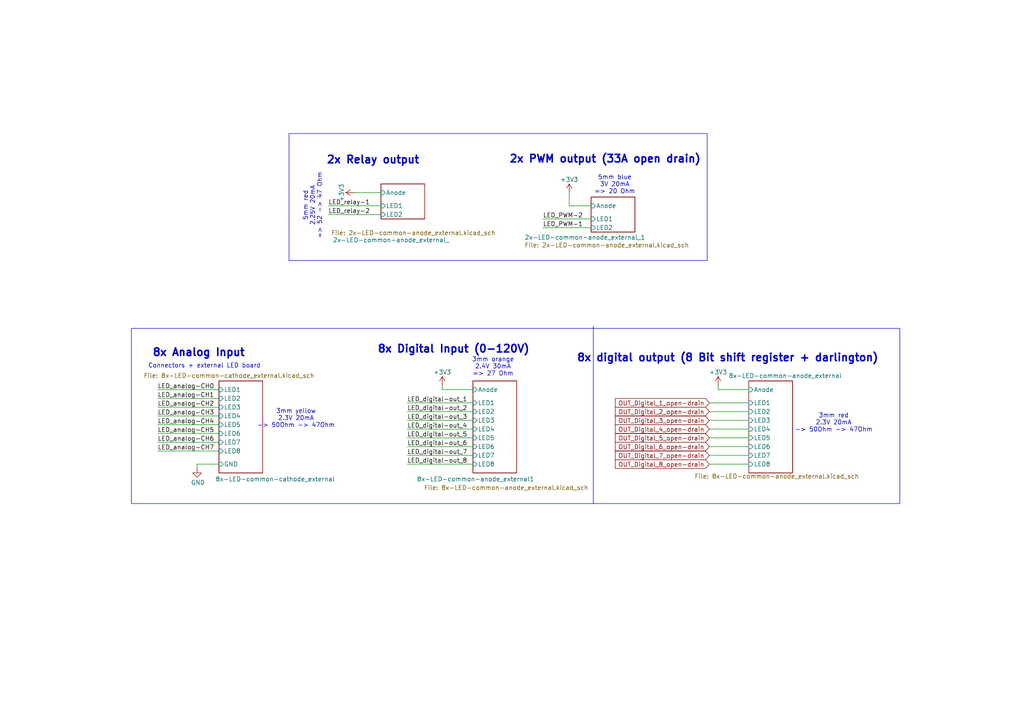
<source format=kicad_sch>
(kicad_sch (version 20231120) (generator "eeschema") (generator_version "8.0")
  (paper "A4")
  (lib_symbols
    (symbol "power:+3V3" (power) (pin_numbers hide) (pin_names (offset 0) hide)
      (property "Value" "+3V3" (at 0 3.556 0))
      (symbol "+3V3_0_1"
        (polyline (pts (xy -0.762 1.27) (xy 0 2.54)))
        (polyline (pts (xy 0 0) (xy 0 2.54)))
        (polyline (pts (xy 0 2.54) (xy 0.762 1.27)))
      )
      (symbol "+3V3_1_1"
        (pin power_in line (at 0 0 90) (length 0) (name "~") (number "1"))
      )
    )
    (symbol "power:GND" (power) (pin_numbers hide) (pin_names (offset 0) hide)
      (property "Value" "GND" (at 0 -3.81 0))
      (symbol "GND_0_1"
        (polyline (pts (xy 0 0) (xy 0 -1.27) (xy 1.27 -1.27) (xy 0 -2.54) (xy -1.27 -1.27) (xy 0 -1.27)))
      )
      (symbol "GND_1_1"
        (pin power_in line (at 0 0 270) (length 0) (name "~") (number "1"))
      )
    )
  )
  (wire (pts (xy 118.11 119.38) (xy 137.16 119.38)))
  (wire (pts (xy 57.15 134.62) (xy 63.5 134.62)))
  (wire (pts (xy 205.74 129.54) (xy 217.17 129.54)))
  (wire (pts (xy 157.48 66.04) (xy 171.45 66.04)))
  (wire (pts (xy 45.72 118.11) (xy 63.5 118.11)))
  (wire (pts (xy 57.15 134.62) (xy 57.15 135.89)))
  (wire (pts (xy 45.72 125.73) (xy 63.5 125.73)))
  (wire (pts (xy 205.74 127) (xy 217.17 127)))
  (wire (pts (xy 102.87 55.88) (xy 110.49 55.88)))
  (wire (pts (xy 165.1 59.69) (xy 171.45 59.69)))
  (wire (pts (xy 118.11 127) (xy 137.16 127)))
  (wire (pts (xy 205.74 134.62) (xy 217.17 134.62)))
  (polyline (pts (xy 172.085 94.615) (xy 172.085 146.05)))
  (wire (pts (xy 208.28 113.03) (xy 217.17 113.03)))
  (wire (pts (xy 45.72 123.19) (xy 63.5 123.19)))
  (wire (pts (xy 45.72 115.57) (xy 63.5 115.57)))
  (wire (pts (xy 128.27 111.76) (xy 128.27 113.03)))
  (wire (pts (xy 128.27 113.03) (xy 137.16 113.03)))
  (wire (pts (xy 45.72 120.65) (xy 63.5 120.65)))
  (wire (pts (xy 205.74 119.38) (xy 217.17 119.38)))
  (wire (pts (xy 45.72 130.81) (xy 63.5 130.81)))
  (wire (pts (xy 118.11 129.54) (xy 137.16 129.54)))
  (wire (pts (xy 205.74 124.46) (xy 217.17 124.46)))
  (wire (pts (xy 118.11 121.92) (xy 137.16 121.92)))
  (wire (pts (xy 118.11 116.84) (xy 137.16 116.84)))
  (wire (pts (xy 45.72 113.03) (xy 63.5 113.03)))
  (wire (pts (xy 157.48 63.5) (xy 171.45 63.5)))
  (wire (pts (xy 45.72 128.27) (xy 63.5 128.27)))
  (wire (pts (xy 95.25 62.23) (xy 110.49 62.23)))
  (wire (pts (xy 205.74 121.92) (xy 217.17 121.92)))
  (wire (pts (xy 208.28 111.76) (xy 208.28 113.03)))
  (wire (pts (xy 205.74 132.08) (xy 217.17 132.08)))
  (wire (pts (xy 95.25 59.69) (xy 110.49 59.69)))
  (wire (pts (xy 118.11 124.46) (xy 137.16 124.46)))
  (wire (pts (xy 118.11 134.62) (xy 137.16 134.62)))
  (wire (pts (xy 118.11 132.08) (xy 137.16 132.08)))
  (wire (pts (xy 205.74 116.84) (xy 217.17 116.84)))
  (wire (pts (xy 165.1 55.88) (xy 165.1 59.69)))
  (rectangle (start 38.1 95.25) (end 260.985 146.05))
  (rectangle (start 83.82 38.735) (end 205.105 75.565))
  (text "2x PWM output (33A open drain)" (at 175.514 46.228 0) (effects (font (size 2.2 2.2) (thickness 0.44) (bold yes))))
  (text "2x Relay output" (at 108.204 46.482 0) (effects (font (size 2.2 2.2) (thickness 0.44) (bold yes))))
  (text "8x digital output (8 Bit shift register + darlington)" (at 211.074 103.886 0) (effects (font (size 2.2 2.2) (thickness 0.44) (bold yes))))
  (text "5mm blue\n3V 20mA\n=> 20 Ohm" (at 178.308 53.594 0) (effects (font (size 1.27 1.27))))
  (text "3mm yellow\n2.3V 20mA\n-> 50Ohm -> 47Ohm" (at 85.852 121.412 0) (effects (font (size 1.27 1.27))))
  (text "Connectors + external LED board" (at 42.926 106.172 0) (effects (font (size 1.27 1.27)) (justify left)))
  (text "3mm red\n2.3V 20mA\n-> 50Ohm -> 47Ohm" (at 241.808 122.682 0) (effects (font (size 1.27 1.27))))
  (text "8x Digital Input (0-120V)" (at 131.572 101.346 0) (effects (font (size 2.2 2.2) (thickness 0.44) (bold yes))))
  (text "3mm orange\n2.4V 30mA\n=> 27 Ohm" (at 143.002 106.426 0) (effects (font (size 1.27 1.27))))
  (text "5mm red\n2.25V 20mA\n=> 52 -> 47 Ohm" (at 90.678 59.69 90) (effects (font (size 1.27 1.27))))
  (text "8x Analog Input" (at 57.658 102.362 0) (effects (font (size 2.2 2.2) (thickness 0.44) (bold yes))))
  (label "LED_digital-out_6" (at 118.11 129.54 0))
  (label "LED_digital-out_3" (at 118.11 121.92 0))
  (label "LED_digital-out_2" (at 118.11 119.38 0))
  (label "LED_PWM-2" (at 157.48 63.5 0))
  (label "LED_digital-out_4" (at 118.11 124.46 0))
  (label "LED_analog-CH7" (at 45.72 130.81 0))
  (label "LED_digital-out_1" (at 118.11 116.84 0))
  (label "LED_digital-out_8" (at 118.11 134.62 0))
  (label "LED_PWM-1" (at 157.48 66.04 0))
  (label "LED_analog-CH6" (at 45.72 128.27 0))
  (label "LED_analog-CH1" (at 45.72 115.57 0))
  (label "LED_analog-CH3" (at 45.72 120.65 0))
  (label "LED_digital-out_7" (at 118.11 132.08 0))
  (label "LED_analog-CH0" (at 45.72 113.03 0))
  (label "LED_relay-2" (at 95.25 62.23 0))
  (label "LED_digital-out_5" (at 118.11 127 0))
  (label "LED_analog-CH2" (at 45.72 118.11 0))
  (label "LED_relay-1" (at 95.25 59.69 0))
  (label "LED_analog-CH5" (at 45.72 125.73 0))
  (label "LED_analog-CH4" (at 45.72 123.19 0))
  (global_label "OUT_Digital_6_open-drain" (shape input) (at 205.74 129.54 180) (property "Intersheetrefs" "${INTERSHEET_REFS}" (effects (hide yes))))
  (global_label "OUT_Digital_7_open-drain" (shape input) (at 205.74 132.08 180) (property "Intersheetrefs" "${INTERSHEET_REFS}" (effects (hide yes))))
  (global_label "OUT_Digital_3_open-drain" (shape input) (at 205.74 121.92 180) (property "Intersheetrefs" "${INTERSHEET_REFS}" (effects (hide yes))))
  (global_label "OUT_Digital_1_open-drain" (shape input) (at 205.74 116.84 180) (property "Intersheetrefs" "${INTERSHEET_REFS}" (effects (hide yes))))
  (global_label "OUT_Digital_5_open-drain" (shape input) (at 205.74 127 180) (property "Intersheetrefs" "${INTERSHEET_REFS}" (effects (hide yes))))
  (global_label "OUT_Digital_4_open-drain" (shape input) (at 205.74 124.46 180) (property "Intersheetrefs" "${INTERSHEET_REFS}" (effects (hide yes))))
  (global_label "OUT_Digital_8_open-drain" (shape input) (at 205.74 134.62 180) (property "Intersheetrefs" "${INTERSHEET_REFS}" (effects (hide yes))))
  (global_label "OUT_Digital_2_open-drain" (shape input) (at 205.74 119.38 180) (property "Intersheetrefs" "${INTERSHEET_REFS}" (effects (hide yes))))
  (symbol (lib_id "power:+3V3") (at 128.27 111.76 0) (unit 1)
    (property "Reference" "#PWR053" (effects (hide yes)))
    (property "Value" "+3V3" (at 128.27 107.95 0))
    (property "Description" "Power symbol creates a global label with name \"+3V3\"" (effects (hide yes)))
  )
  (symbol (lib_id "power:+3V3") (at 208.28 111.76 0) (unit 1)
    (property "Reference" "#PWR035" (effects (hide yes)))
    (property "Value" "+3V3" (at 208.28 107.95 0))
    (property "Description" "Power symbol creates a global label with name \"+3V3\"" (effects (hide yes)))
  )
  (symbol (lib_id "power:GND") (at 57.15 135.89 0) (unit 1)
    (property "Reference" "#PWR049" (effects (hide yes)))
    (property "Value" "GND" (at 57.404 139.954 0))
    (property "Description" "Power symbol creates a global label with name \"GND\" , ground" (effects (hide yes)))
  )
  (symbol (lib_id "power:+3V3") (at 165.1 55.88 0) (unit 1)
    (property "Reference" "#PWR056" (effects (hide yes)))
    (property "Value" "+3V3" (at 165.1 52.07 0))
    (property "Description" "Power symbol creates a global label with name \"+3V3\"" (effects (hide yes)))
  )
  (symbol (lib_id "power:+3V3") (at 102.87 55.88 90) (unit 1)
    (property "Reference" "#PWR058" (effects (hide yes)))
    (property "Value" "+3V3" (at 99.06 55.88 0))
    (property "Description" "Power symbol creates a global label with name \"+3V3\"" (effects (hide yes)))
  )
  (sheet (at 63.5 110.49) (size 12.7 26.67) (stroke (width 0.1524))
    (property "Sheetname" "8x-LED-common-cathode_external" (at 62.484 139.7 0) (effects (justify left bottom)))
    (property "Sheetfile" "8x-LED-common-cathode_external.kicad_sch" (at 41.656 108.204 0) (effects (justify left top)))
    (pin "LED5" input (at 63.5 123.19 180))
    (pin "LED3" input (at 63.5 118.11 180))
    (pin "LED4" input (at 63.5 120.65 180))
    (pin "LED7" input (at 63.5 128.27 180))
    (pin "GND" input (at 63.5 134.62 180))
    (pin "LED6" input (at 63.5 125.73 180))
    (pin "LED8" input (at 63.5 130.81 180))
    (pin "LED2" input (at 63.5 115.57 180))
    (pin "LED1" input (at 63.5 113.03 180))
  )
  (sheet (at 217.17 110.49) (size 12.7 26.67) (stroke (width 0.1524))
    (property "Sheetname" "8x-LED-common-anode_external" (at 211.328 109.728 0) (effects (justify left bottom)))
    (property "Sheetfile" "8x-LED-common-anode_external.kicad_sch" (at 201.422 137.414 0) (effects (justify left top)))
    (pin "LED1" input (at 217.17 116.84 180))
    (pin "LED2" input (at 217.17 119.38 180))
    (pin "LED3" input (at 217.17 121.92 180))
    (pin "LED4" input (at 217.17 124.46 180))
    (pin "LED5" input (at 217.17 127 180))
    (pin "LED7" input (at 217.17 132.08 180))
    (pin "LED8" input (at 217.17 134.62 180))
    (pin "LED6" input (at 217.17 129.54 180))
    (pin "Anode" input (at 217.17 113.03 180))
  )
  (sheet (at 110.49 53.34) (size 12.7 10.16) (stroke (width 0.1524))
    (property "Sheetname" "2x-LED-common-anode_external_" (at 96.52 70.358 0) (effects (justify left bottom)))
    (property "Sheetfile" "2x-LED-common-anode_external.kicad_sch" (at 96.012 66.802 0) (effects (justify left top)))
    (pin "LED1" input (at 110.49 59.69 180))
    (pin "Anode" input (at 110.49 55.88 180))
    (pin "LED2" input (at 110.49 62.23 180))
  )
  (sheet (at 171.45 57.15) (size 12.7 10.16) (stroke (width 0.1524))
    (property "Sheetname" "2x-LED-common-anode_external_1" (at 152.146 69.596 0) (effects (justify left bottom)))
    (property "Sheetfile" "2x-LED-common-anode_external.kicad_sch" (at 152.146 70.358 0) (effects (justify left top)))
    (pin "LED1" input (at 171.45 63.5 180))
    (pin "Anode" input (at 171.45 59.69 180))
    (pin "LED2" input (at 171.45 66.04 180))
  )
  (sheet (at 137.16 110.49) (size 12.7 26.67) (stroke (width 0.1524))
    (property "Sheetname" "8x-LED-common-anode_external1" (at 120.904 139.7 0) (effects (justify left bottom)))
    (property "Sheetfile" "8x-LED-common-anode_external.kicad_sch" (at 122.936 140.716 0) (effects (justify left top)))
    (pin "LED1" input (at 137.16 116.84 180))
    (pin "LED2" input (at 137.16 119.38 180))
    (pin "LED3" input (at 137.16 121.92 180))
    (pin "LED4" input (at 137.16 124.46 180))
    (pin "LED5" input (at 137.16 127 180))
    (pin "LED7" input (at 137.16 132.08 180))
    (pin "LED8" input (at 137.16 134.62 180))
    (pin "LED6" input (at 137.16 129.54 180))
    (pin "Anode" input (at 137.16 113.03 180))
  )
)
</source>
